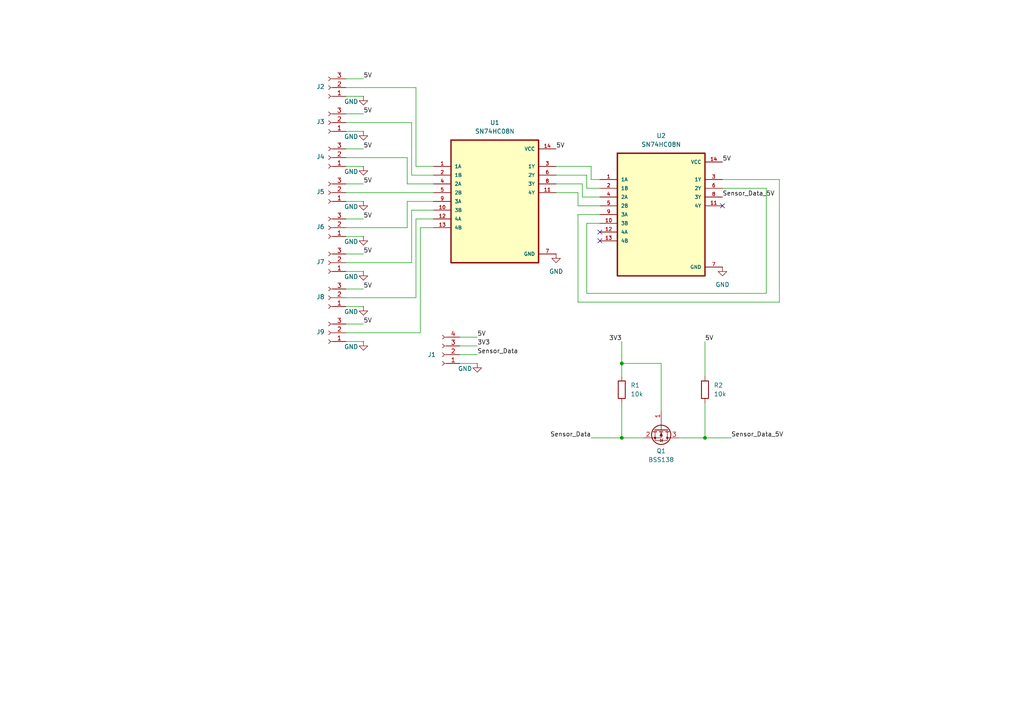
<source format=kicad_sch>
(kicad_sch (version 20231120) (generator "eeschema") (generator_version "8.0")
  (paper "A4")
  (lib_symbols
    (symbol "Connector:Conn_01x03_Socket" (pin_names (offset 1.016) hide)
      (property "Reference" "J" (at 0 5.08 0))
      (property "Value" "Conn_01x03_Socket" (at 0 -5.08 0))
      (symbol "Conn_01x03_Socket_1_1"
        (arc (start 0 -2.032) (mid -0.5058 -2.54) (end 0 -3.048) (stroke (width 0.1524)))
        (polyline (pts (xy -1.27 -2.54) (xy -0.508 -2.54)) (stroke (width 0.1524)))
        (polyline (pts (xy -1.27 0) (xy -0.508 0)) (stroke (width 0.1524)))
        (polyline (pts (xy -1.27 2.54) (xy -0.508 2.54)) (stroke (width 0.1524)))
        (arc (start 0 0.508) (mid -0.5058 0) (end 0 -0.508) (stroke (width 0.1524)))
        (arc (start 0 3.048) (mid -0.5058 2.54) (end 0 2.032) (stroke (width 0.1524)))
        (pin passive line (at -5.08 2.54 0) (length 3.81) (name "Pin_1") (number "1"))
        (pin passive line (at -5.08 0 0) (length 3.81) (name "Pin_2") (number "2"))
        (pin passive line (at -5.08 -2.54 0) (length 3.81) (name "Pin_3") (number "3"))
      )
    )
    (symbol "Connector:Conn_01x04_Socket" (pin_names (offset 1.016) hide)
      (property "Reference" "J" (at 0 5.08 0))
      (property "Value" "Conn_01x04_Socket" (at 0 -7.62 0))
      (symbol "Conn_01x04_Socket_1_1"
        (arc (start 0 -4.572) (mid -0.5058 -5.08) (end 0 -5.588) (stroke (width 0.1524)))
        (arc (start 0 -2.032) (mid -0.5058 -2.54) (end 0 -3.048) (stroke (width 0.1524)))
        (polyline (pts (xy -1.27 -5.08) (xy -0.508 -5.08)) (stroke (width 0.1524)))
        (polyline (pts (xy -1.27 -2.54) (xy -0.508 -2.54)) (stroke (width 0.1524)))
        (polyline (pts (xy -1.27 0) (xy -0.508 0)) (stroke (width 0.1524)))
        (polyline (pts (xy -1.27 2.54) (xy -0.508 2.54)) (stroke (width 0.1524)))
        (arc (start 0 0.508) (mid -0.5058 0) (end 0 -0.508) (stroke (width 0.1524)))
        (arc (start 0 3.048) (mid -0.5058 2.54) (end 0 2.032) (stroke (width 0.1524)))
        (pin passive line (at -5.08 2.54 0) (length 3.81) (name "Pin_1") (number "1"))
        (pin passive line (at -5.08 0 0) (length 3.81) (name "Pin_2") (number "2"))
        (pin passive line (at -5.08 -2.54 0) (length 3.81) (name "Pin_3") (number "3"))
        (pin passive line (at -5.08 -5.08 0) (length 3.81) (name "Pin_4") (number "4"))
      )
    )
    (symbol "Device:R" (pin_numbers hide) (pin_names (offset 0))
      (property "Reference" "R" (at 2.032 0 90))
      (property "Value" "R" (at 0 0 90))
      (symbol "R_0_1"
        (rectangle (start -1.016 -2.54) (end 1.016 2.54) (stroke (width 0.254)))
      )
      (symbol "R_1_1"
        (pin passive line (at 0 3.81 270) (length 1.27) (name "~") (number "1"))
        (pin passive line (at 0 -3.81 90) (length 1.27) (name "~") (number "2"))
      )
    )
    (symbol "SN74HC08N:SN74HC08N" (pin_names (offset 1.016))
      (property "Reference" "U" (at -12.7 18.78 0))
      (property "Value" "SN74HC08N" (at -12.7 -21.78 0))
      (symbol "SN74HC08N_0_0"
        (rectangle (start -12.7 -17.78) (end 12.7 17.78) (stroke (width 0.41)) (fill (type background)))
        (pin input line (at -17.78 10.16 0) (length 5.08) (name "1A") (number "1"))
        (pin input line (at -17.78 -2.54 0) (length 5.08) (name "3B") (number "10"))
        (pin output line (at 17.78 2.54 180) (length 5.08) (name "4Y") (number "11"))
        (pin input line (at -17.78 -5.08 0) (length 5.08) (name "4A") (number "12"))
        (pin input line (at -17.78 -7.62 0) (length 5.08) (name "4B") (number "13"))
        (pin power_in line (at 17.78 15.24 180) (length 5.08) (name "VCC") (number "14"))
        (pin input line (at -17.78 7.62 0) (length 5.08) (name "1B") (number "2"))
        (pin output line (at 17.78 10.16 180) (length 5.08) (name "1Y") (number "3"))
        (pin input line (at -17.78 5.08 0) (length 5.08) (name "2A") (number "4"))
        (pin input line (at -17.78 2.54 0) (length 5.08) (name "2B") (number "5"))
        (pin output line (at 17.78 7.62 180) (length 5.08) (name "2Y") (number "6"))
        (pin power_in line (at 17.78 -15.24 180) (length 5.08) (name "GND") (number "7"))
        (pin output line (at 17.78 5.08 180) (length 5.08) (name "3Y") (number "8"))
        (pin input line (at -17.78 0 0) (length 5.08) (name "3A") (number "9"))
      )
    )
    (symbol "Transistor_FET:BSS138" (pin_names hide)
      (property "Reference" "Q" (at 5.08 1.905 0))
      (property "Value" "BSS138" (at 5.08 0 0))
      (symbol "BSS138_0_1"
        (polyline (pts (xy 0.254 0) (xy -2.54 0)))
        (polyline (pts (xy 0.254 1.905) (xy 0.254 -1.905)) (stroke (width 0.254)))
        (polyline (pts (xy 0.762 -1.27) (xy 0.762 -2.286)) (stroke (width 0.254)))
        (polyline (pts (xy 0.762 0.508) (xy 0.762 -0.508)) (stroke (width 0.254)))
        (polyline (pts (xy 0.762 2.286) (xy 0.762 1.27)) (stroke (width 0.254)))
        (polyline (pts (xy 2.54 2.54) (xy 2.54 1.778)))
        (polyline (pts (xy 2.54 -2.54) (xy 2.54 0) (xy 0.762 0)))
        (polyline (pts (xy 0.762 -1.778) (xy 3.302 -1.778) (xy 3.302 1.778) (xy 0.762 1.778)))
        (polyline (pts (xy 1.016 0) (xy 2.032 0.381) (xy 2.032 -0.381) (xy 1.016 0)) (fill (type outline)))
        (polyline (pts (xy 2.794 0.508) (xy 2.921 0.381) (xy 3.683 0.381) (xy 3.81 0.254)))
        (polyline (pts (xy 3.302 0.381) (xy 2.921 -0.254) (xy 3.683 -0.254) (xy 3.302 0.381)))
        (circle (center 1.651 0) (radius 2.794) (stroke (width 0.254)))
        (circle (center 2.54 -1.778) (radius 0.254) (fill (type outline)))
        (circle (center 2.54 1.778) (radius 0.254) (fill (type outline)))
      )
      (symbol "BSS138_1_1"
        (pin input line (at -5.08 0 0) (length 2.54) (name "G") (number "1"))
        (pin passive line (at 2.54 -5.08 90) (length 2.54) (name "S") (number "2"))
        (pin passive line (at 2.54 5.08 270) (length 2.54) (name "D") (number "3"))
      )
    )
    (symbol "power:GND" (power) (pin_numbers hide) (pin_names (offset 0) hide)
      (property "Value" "GND" (at 0 -3.81 0))
      (symbol "GND_0_1"
        (polyline (pts (xy 0 0) (xy 0 -1.27) (xy 1.27 -1.27) (xy 0 -2.54) (xy -1.27 -1.27) (xy 0 -1.27)))
      )
      (symbol "GND_1_1"
        (pin power_in line (at 0 0 270) (length 0) (name "~") (number "1"))
      )
    )
  )
  (junction (at 180.34 105.41))
  (junction (at 204.47 127))
  (junction (at 180.34 127))
  (no_connect (at 209.55 59.69))
  (no_connect (at 173.99 69.85))
  (no_connect (at 173.99 67.31))
  (wire (pts (xy 170.18 85.09) (xy 170.18 64.77)))
  (wire (pts (xy 180.34 99.06) (xy 180.34 105.41)))
  (wire (pts (xy 119.38 50.8) (xy 125.73 50.8)))
  (wire (pts (xy 105.41 73.66) (xy 100.33 73.66)))
  (wire (pts (xy 204.47 127) (xy 212.09 127)))
  (wire (pts (xy 105.41 38.1) (xy 100.33 38.1)))
  (wire (pts (xy 118.11 53.34) (xy 125.73 53.34)))
  (wire (pts (xy 120.65 48.26) (xy 125.73 48.26)))
  (wire (pts (xy 161.29 50.8) (xy 170.18 50.8)))
  (wire (pts (xy 119.38 35.56) (xy 119.38 50.8)))
  (wire (pts (xy 204.47 116.84) (xy 204.47 127)))
  (wire (pts (xy 170.18 50.8) (xy 170.18 54.61)))
  (wire (pts (xy 133.35 97.79) (xy 138.43 97.79)))
  (wire (pts (xy 168.91 53.34) (xy 168.91 57.15)))
  (wire (pts (xy 105.41 33.02) (xy 100.33 33.02)))
  (wire (pts (xy 204.47 99.06) (xy 204.47 109.22)))
  (wire (pts (xy 100.33 99.06) (xy 105.41 99.06)))
  (wire (pts (xy 180.34 109.22) (xy 180.34 105.41)))
  (wire (pts (xy 105.41 43.18) (xy 100.33 43.18)))
  (wire (pts (xy 105.41 93.98) (xy 100.33 93.98)))
  (wire (pts (xy 168.91 57.15) (xy 173.99 57.15)))
  (wire (pts (xy 226.06 52.07) (xy 226.06 87.63)))
  (wire (pts (xy 121.92 96.52) (xy 121.92 66.04)))
  (wire (pts (xy 100.33 45.72) (xy 118.11 45.72)))
  (wire (pts (xy 120.65 25.4) (xy 120.65 48.26)))
  (wire (pts (xy 100.33 58.42) (xy 105.41 58.42)))
  (wire (pts (xy 186.69 127) (xy 180.34 127)))
  (wire (pts (xy 100.33 76.2) (xy 119.38 76.2)))
  (wire (pts (xy 105.41 53.34) (xy 100.33 53.34)))
  (wire (pts (xy 209.55 52.07) (xy 226.06 52.07)))
  (wire (pts (xy 120.65 63.5) (xy 125.73 63.5)))
  (wire (pts (xy 100.33 88.9) (xy 105.41 88.9)))
  (wire (pts (xy 118.11 66.04) (xy 118.11 58.42)))
  (wire (pts (xy 204.47 127) (xy 196.85 127)))
  (wire (pts (xy 105.41 83.82) (xy 100.33 83.82)))
  (wire (pts (xy 118.11 58.42) (xy 125.73 58.42)))
  (wire (pts (xy 100.33 66.04) (xy 118.11 66.04)))
  (wire (pts (xy 133.35 105.41) (xy 138.43 105.41)))
  (wire (pts (xy 161.29 55.88) (xy 167.64 55.88)))
  (wire (pts (xy 171.45 52.07) (xy 173.99 52.07)))
  (wire (pts (xy 100.33 35.56) (xy 119.38 35.56)))
  (wire (pts (xy 171.45 127) (xy 180.34 127)))
  (wire (pts (xy 222.25 54.61) (xy 222.25 85.09)))
  (wire (pts (xy 180.34 127) (xy 180.34 116.84)))
  (wire (pts (xy 170.18 54.61) (xy 173.99 54.61)))
  (wire (pts (xy 167.64 59.69) (xy 173.99 59.69)))
  (wire (pts (xy 167.64 87.63) (xy 167.64 62.23)))
  (wire (pts (xy 226.06 87.63) (xy 167.64 87.63)))
  (wire (pts (xy 167.64 62.23) (xy 173.99 62.23)))
  (wire (pts (xy 105.41 22.86) (xy 100.33 22.86)))
  (wire (pts (xy 222.25 85.09) (xy 170.18 85.09)))
  (wire (pts (xy 171.45 48.26) (xy 171.45 52.07)))
  (wire (pts (xy 133.35 102.87) (xy 138.43 102.87)))
  (wire (pts (xy 209.55 54.61) (xy 222.25 54.61)))
  (wire (pts (xy 105.41 63.5) (xy 100.33 63.5)))
  (wire (pts (xy 118.11 45.72) (xy 118.11 53.34)))
  (wire (pts (xy 161.29 53.34) (xy 168.91 53.34)))
  (wire (pts (xy 180.34 105.41) (xy 191.77 105.41)))
  (wire (pts (xy 191.77 105.41) (xy 191.77 119.38)))
  (wire (pts (xy 133.35 100.33) (xy 138.43 100.33)))
  (wire (pts (xy 119.38 60.96) (xy 125.73 60.96)))
  (wire (pts (xy 170.18 64.77) (xy 173.99 64.77)))
  (wire (pts (xy 119.38 76.2) (xy 119.38 60.96)))
  (wire (pts (xy 100.33 48.26) (xy 105.41 48.26)))
  (wire (pts (xy 100.33 78.74) (xy 105.41 78.74)))
  (wire (pts (xy 100.33 25.4) (xy 120.65 25.4)))
  (wire (pts (xy 105.41 27.94) (xy 100.33 27.94)))
  (wire (pts (xy 100.33 68.58) (xy 105.41 68.58)))
  (wire (pts (xy 100.33 55.88) (xy 125.73 55.88)))
  (wire (pts (xy 100.33 96.52) (xy 121.92 96.52)))
  (wire (pts (xy 100.33 86.36) (xy 120.65 86.36)))
  (wire (pts (xy 161.29 48.26) (xy 171.45 48.26)))
  (wire (pts (xy 121.92 66.04) (xy 125.73 66.04)))
  (wire (pts (xy 120.65 86.36) (xy 120.65 63.5)))
  (wire (pts (xy 167.64 55.88) (xy 167.64 59.69)))
  (label "Sensor_Data" (at 171.45 127 180))
  (label "5V" (at 105.41 93.98 0))
  (label "5V" (at 105.41 22.86 0))
  (label "5V" (at 105.41 83.82 0))
  (label "5V" (at 105.41 63.5 0))
  (label "Sensor_Data" (at 138.43 102.87 0))
  (label "5V" (at 161.29 43.18 0))
  (label "Sensor_Data_5V" (at 212.09 127 0))
  (label "5V" (at 204.47 99.06 0))
  (label "Sensor_Data_5V" (at 209.55 57.15 0))
  (label "3V3" (at 180.34 99.06 180))
  (label "5V" (at 105.41 73.66 0))
  (label "3V3" (at 138.43 100.33 0))
  (label "5V" (at 209.55 46.99 0))
  (label "5V" (at 105.41 43.18 0))
  (label "5V" (at 105.41 33.02 0))
  (label "5V" (at 138.43 97.79 0))
  (label "5V" (at 105.41 53.34 0))
  (symbol (lib_id "Connector:Conn_01x03_Socket") (at 95.25 76.2 180) (unit 1)
    (property "Reference" "J7" (at 92.964 75.946 0))
    (property "Value" "Conn_01x03_Socket" (effects (hide yes)))
    (property "Footprint" "Connector_JST:JST_EH_B3B-EH-A_1x03_P2.50mm_Vertical" (effects (hide yes)))
    (property "Description" "Generic connector, single row, 01x03, script generated" (effects (hide yes)))
  )
  (symbol (lib_id "Connector:Conn_01x03_Socket") (at 95.25 55.88 180) (unit 1)
    (property "Reference" "J5" (at 92.964 55.626 0))
    (property "Value" "Conn_01x03_Socket" (effects (hide yes)))
    (property "Footprint" "Connector_JST:JST_EH_B3B-EH-A_1x03_P2.50mm_Vertical" (effects (hide yes)))
    (property "Description" "Generic connector, single row, 01x03, script generated" (effects (hide yes)))
  )
  (symbol (lib_id "power:GND") (at 105.41 68.58 0) (unit 1)
    (property "Reference" "#PWR05" (effects (hide yes)))
    (property "Value" "GND" (at 101.854 70.104 0))
    (property "Description" "Power symbol creates a global label with name \"GND\" , ground" (effects (hide yes)))
  )
  (symbol (lib_id "SN74HC08N:SN74HC08N") (at 191.77 62.23 0) (unit 1)
    (property "Reference" "U2" (at 191.77 39.37 0))
    (property "Value" "SN74HC08N" (at 191.77 41.91 0))
    (property "Footprint" "SN74HC08N:DIP794W45P254L1969H508Q14" (effects (hide yes)))
    (property "MF" "Texas Instruments" (effects (hide yes)))
    (property "Description_1" "\n                        \n                            4-ch, 2-input, 2-V to 6-V 5.2 mA drive strength AND gate\n                        \n" (effects (hide yes)))
    (property "Package" "PDIP-14 Texas Instruments" (effects (hide yes)))
    (property "Price" "None" (effects (hide yes)))
    (property "SnapEDA_Link" "https://www.snapeda.com/parts/SN74HC08N/Texas+Instruments/view-part/?ref=snap" (effects (hide yes)))
    (property "MP" "SN74HC08N" (effects (hide yes)))
    (property "Availability" "In Stock" (effects (hide yes)))
    (property "Check_prices" "https://www.snapeda.com/parts/SN74HC08N/Texas+Instruments/view-part/?ref=eda" (effects (hide yes)))
  )
  (symbol (lib_id "power:GND") (at 105.41 99.06 0) (unit 1)
    (property "Reference" "#PWR08" (effects (hide yes)))
    (property "Value" "GND" (at 101.854 100.584 0))
    (property "Description" "Power symbol creates a global label with name \"GND\" , ground" (effects (hide yes)))
  )
  (symbol (lib_id "Device:R") (at 180.34 113.03 0) (unit 1)
    (property "Reference" "R1" (at 182.88 111.7599 0) (effects (justify left)))
    (property "Value" "10k" (at 182.88 114.2999 0) (effects (justify left)))
    (property "Footprint" "Resistor_SMD:R_0603_1608Metric_Pad0.98x0.95mm_HandSolder" (effects (hide yes)))
    (property "Description" "Resistor" (effects (hide yes)))
  )
  (symbol (lib_id "Connector:Conn_01x03_Socket") (at 95.25 96.52 180) (unit 1)
    (property "Reference" "J9" (at 92.964 96.266 0))
    (property "Value" "Conn_01x03_Socket" (effects (hide yes)))
    (property "Footprint" "Connector_JST:JST_EH_B3B-EH-A_1x03_P2.50mm_Vertical" (effects (hide yes)))
    (property "Description" "Generic connector, single row, 01x03, script generated" (effects (hide yes)))
  )
  (symbol (lib_id "power:GND") (at 105.41 27.94 0) (unit 1)
    (property "Reference" "#PWR01" (effects (hide yes)))
    (property "Value" "GND" (at 101.854 29.464 0))
    (property "Description" "Power symbol creates a global label with name \"GND\" , ground" (effects (hide yes)))
  )
  (symbol (lib_id "power:GND") (at 105.41 78.74 0) (unit 1)
    (property "Reference" "#PWR06" (effects (hide yes)))
    (property "Value" "GND" (at 101.854 80.264 0))
    (property "Description" "Power symbol creates a global label with name \"GND\" , ground" (effects (hide yes)))
  )
  (symbol (lib_id "power:GND") (at 105.41 38.1 0) (unit 1)
    (property "Reference" "#PWR02" (effects (hide yes)))
    (property "Value" "GND" (at 101.854 39.624 0))
    (property "Description" "Power symbol creates a global label with name \"GND\" , ground" (effects (hide yes)))
  )
  (symbol (lib_id "Connector:Conn_01x03_Socket") (at 95.25 66.04 180) (unit 1)
    (property "Reference" "J6" (at 92.964 65.786 0))
    (property "Value" "Conn_01x03_Socket" (effects (hide yes)))
    (property "Footprint" "Connector_JST:JST_EH_B3B-EH-A_1x03_P2.50mm_Vertical" (effects (hide yes)))
    (property "Description" "Generic connector, single row, 01x03, script generated" (effects (hide yes)))
  )
  (symbol (lib_id "Connector:Conn_01x03_Socket") (at 95.25 45.72 180) (unit 1)
    (property "Reference" "J4" (at 92.964 45.466 0))
    (property "Value" "Conn_01x03_Socket" (effects (hide yes)))
    (property "Footprint" "Connector_JST:JST_EH_B3B-EH-A_1x03_P2.50mm_Vertical" (effects (hide yes)))
    (property "Description" "Generic connector, single row, 01x03, script generated" (effects (hide yes)))
  )
  (symbol (lib_id "power:GND") (at 105.41 58.42 0) (unit 1)
    (property "Reference" "#PWR04" (effects (hide yes)))
    (property "Value" "GND" (at 101.854 59.944 0))
    (property "Description" "Power symbol creates a global label with name \"GND\" , ground" (effects (hide yes)))
  )
  (symbol (lib_id "Connector:Conn_01x03_Socket") (at 95.25 86.36 180) (unit 1)
    (property "Reference" "J8" (at 92.964 86.106 0))
    (property "Value" "Conn_01x03_Socket" (effects (hide yes)))
    (property "Footprint" "Connector_JST:JST_EH_B3B-EH-A_1x03_P2.50mm_Vertical" (effects (hide yes)))
    (property "Description" "Generic connector, single row, 01x03, script generated" (effects (hide yes)))
  )
  (symbol (lib_id "Transistor_FET:BSS138") (at 191.77 124.46 270) (unit 1)
    (property "Reference" "Q1" (at 191.77 130.81 90))
    (property "Value" "BSS138" (at 191.77 133.35 90))
    (property "Footprint" "Package_TO_SOT_SMD:SOT-23" (effects (hide yes)))
    (property "Datasheet" "https://www.onsemi.com/pub/Collateral/BSS138-D.PDF" (effects (hide yes)))
    (property "Description" "50V Vds, 0.22A Id, N-Channel MOSFET, SOT-23" (effects (hide yes)))
  )
  (symbol (lib_id "Connector:Conn_01x03_Socket") (at 95.25 25.4 180) (unit 1)
    (property "Reference" "J2" (at 92.964 25.146 0))
    (property "Value" "Conn_01x03_Socket" (effects (hide yes)))
    (property "Footprint" "Connector_JST:JST_EH_B3B-EH-A_1x03_P2.50mm_Vertical" (effects (hide yes)))
    (property "Description" "Generic connector, single row, 01x03, script generated" (effects (hide yes)))
  )
  (symbol (lib_id "power:GND") (at 105.41 48.26 0) (unit 1)
    (property "Reference" "#PWR03" (effects (hide yes)))
    (property "Value" "GND" (at 101.854 49.784 0))
    (property "Description" "Power symbol creates a global label with name \"GND\" , ground" (effects (hide yes)))
  )
  (symbol (lib_id "power:GND") (at 161.29 73.66 0) (unit 1)
    (property "Reference" "#PWR09" (effects (hide yes)))
    (property "Value" "GND" (at 161.29 78.74 0))
    (property "Description" "Power symbol creates a global label with name \"GND\" , ground" (effects (hide yes)))
  )
  (symbol (lib_id "Connector:Conn_01x03_Socket") (at 95.25 35.56 180) (unit 1)
    (property "Reference" "J3" (at 92.964 35.306 0))
    (property "Value" "Conn_01x03_Socket" (effects (hide yes)))
    (property "Footprint" "Connector_JST:JST_EH_B3B-EH-A_1x03_P2.50mm_Vertical" (effects (hide yes)))
    (property "Description" "Generic connector, single row, 01x03, script generated" (effects (hide yes)))
  )
  (symbol (lib_id "SN74HC08N:SN74HC08N") (at 143.51 58.42 0) (unit 1)
    (property "Reference" "U1" (at 143.51 35.56 0))
    (property "Value" "SN74HC08N" (at 143.51 38.1 0))
    (property "Footprint" "SN74HC08N:DIP794W45P254L1969H508Q14" (effects (hide yes)))
    (property "MF" "Texas Instruments" (effects (hide yes)))
    (property "Description_1" "\n                        \n                            4-ch, 2-input, 2-V to 6-V 5.2 mA drive strength AND gate\n                        \n" (effects (hide yes)))
    (property "Package" "PDIP-14 Texas Instruments" (effects (hide yes)))
    (property "Price" "None" (effects (hide yes)))
    (property "SnapEDA_Link" "https://www.snapeda.com/parts/SN74HC08N/Texas+Instruments/view-part/?ref=snap" (effects (hide yes)))
    (property "MP" "SN74HC08N" (effects (hide yes)))
    (property "Availability" "In Stock" (effects (hide yes)))
    (property "Check_prices" "https://www.snapeda.com/parts/SN74HC08N/Texas+Instruments/view-part/?ref=eda" (effects (hide yes)))
  )
  (symbol (lib_id "power:GND") (at 209.55 77.47 0) (unit 1)
    (property "Reference" "#PWR010" (effects (hide yes)))
    (property "Value" "GND" (at 209.55 82.55 0))
    (property "Description" "Power symbol creates a global label with name \"GND\" , ground" (effects (hide yes)))
  )
  (symbol (lib_id "Device:R") (at 204.47 113.03 0) (unit 1)
    (property "Reference" "R2" (at 207.01 111.7599 0) (effects (justify left)))
    (property "Value" "10k" (at 207.01 114.2999 0) (effects (justify left)))
    (property "Footprint" "Resistor_SMD:R_0603_1608Metric_Pad0.98x0.95mm_HandSolder" (effects (hide yes)))
    (property "Description" "Resistor" (effects (hide yes)))
  )
  (symbol (lib_id "Connector:Conn_01x04_Socket") (at 128.27 102.87 180) (unit 1)
    (property "Reference" "J1" (at 125.222 102.87 0))
    (property "Value" "Conn_01x04_Socket" (effects (hide yes)))
    (property "Footprint" "Connector_JST:JST_EH_B4B-EH-A_1x04_P2.50mm_Vertical" (effects (hide yes)))
    (property "Description" "Generic connector, single row, 01x04, script generated" (effects (hide yes)))
  )
  (symbol (lib_id "power:GND") (at 138.43 105.41 0) (unit 1)
    (property "Reference" "#PWR011" (effects (hide yes)))
    (property "Value" "GND" (at 134.874 106.934 0))
    (property "Description" "Power symbol creates a global label with name \"GND\" , ground" (effects (hide yes)))
  )
  (symbol (lib_id "power:GND") (at 105.41 88.9 0) (unit 1)
    (property "Reference" "#PWR07" (effects (hide yes)))
    (property "Value" "GND" (at 101.854 90.424 0))
    (property "Description" "Power symbol creates a global label with name \"GND\" , ground" (effects (hide yes)))
  )
)
</source>
